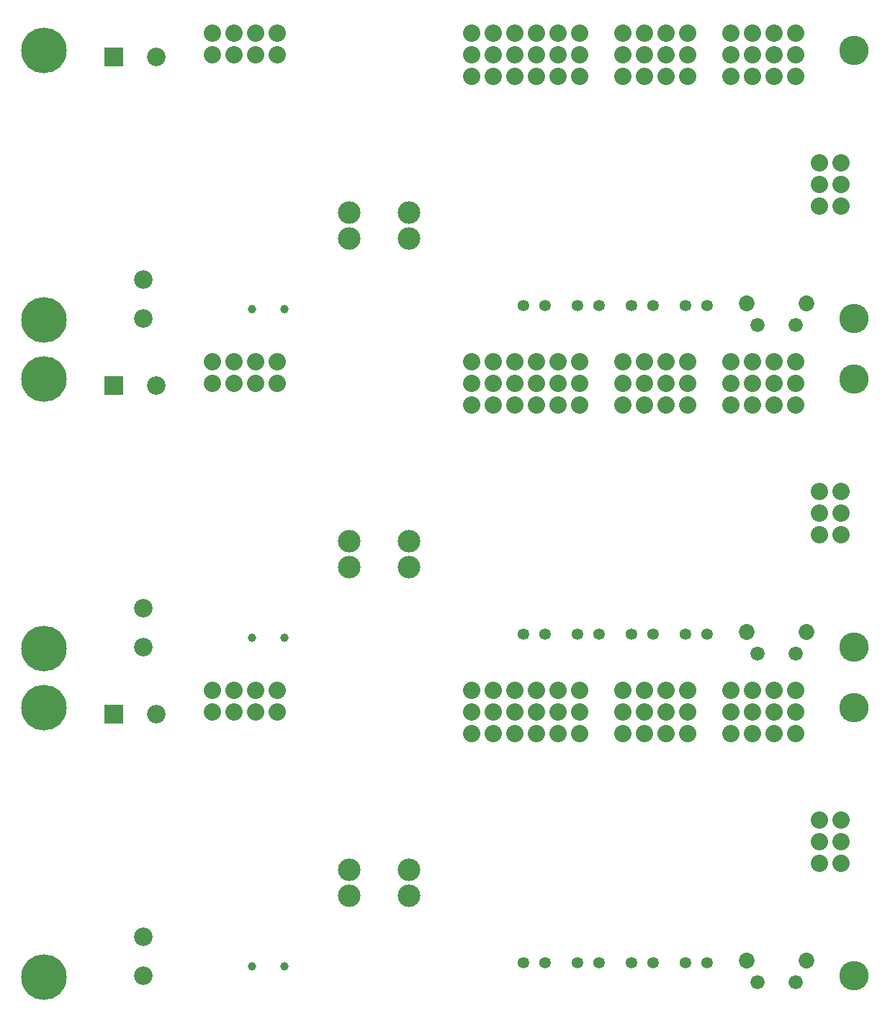
<source format=gbs>
G04 #@! TF.FileFunction,Soldermask,Bot*
%FSLAX46Y46*%
G04 Gerber Fmt 4.6, Leading zero omitted, Abs format (unit mm)*
G04 Created by KiCad (PCBNEW 4.0.6) date 08/03/17 04:28:43*
%MOMM*%
%LPD*%
G01*
G04 APERTURE LIST*
%ADD10C,0.100000*%
%ADD11C,5.352400*%
%ADD12C,0.652400*%
%ADD13C,2.184400*%
%ADD14C,1.000760*%
%ADD15C,2.032000*%
%ADD16R,2.184400X2.184400*%
%ADD17C,2.652400*%
%ADD18C,3.454400*%
%ADD19C,1.852400*%
%ADD20C,1.676400*%
%ADD21C,1.352400*%
G04 APERTURE END LIST*
D10*
D11*
X41783000Y-155871001D03*
D12*
X43815000Y-155871001D03*
X39751000Y-155871001D03*
X41783000Y-153839001D03*
X41783000Y-157903001D03*
X43307000Y-157395001D03*
X43307000Y-154347001D03*
X40259000Y-154347001D03*
X40259000Y-157395001D03*
D11*
X41783000Y-117263001D03*
D12*
X43815000Y-117263001D03*
X39751000Y-117263001D03*
X41783000Y-115231001D03*
X41783000Y-119295001D03*
X43307000Y-118787001D03*
X43307000Y-115739001D03*
X40259000Y-115739001D03*
X40259000Y-118787001D03*
D13*
X53467000Y-155702000D03*
X53467000Y-151130000D03*
X53467000Y-117094000D03*
X53467000Y-112522000D03*
D14*
X66286380Y-154645360D03*
X70086220Y-154645360D03*
X66286380Y-116037360D03*
X70086220Y-116037360D03*
D15*
X61595000Y-124714000D03*
X64135000Y-124714000D03*
X66675000Y-124714000D03*
X69215000Y-124714000D03*
X61595000Y-86106000D03*
X64135000Y-86106000D03*
X66675000Y-86106000D03*
X69215000Y-86106000D03*
X69215000Y-122174000D03*
X66675000Y-122174000D03*
X64135000Y-122174000D03*
X61595000Y-122174000D03*
X69215000Y-83566000D03*
X66675000Y-83566000D03*
X64135000Y-83566000D03*
X61595000Y-83566000D03*
D11*
X41783000Y-124206000D03*
D12*
X43815000Y-124206000D03*
X39751000Y-124206000D03*
X41783000Y-122174000D03*
X41783000Y-126238000D03*
X43307000Y-125730000D03*
X43307000Y-122682000D03*
X40259000Y-122682000D03*
X40259000Y-125730000D03*
D11*
X41783000Y-85598000D03*
D12*
X43815000Y-85598000D03*
X39751000Y-85598000D03*
X41783000Y-83566000D03*
X41783000Y-87630000D03*
X43307000Y-87122000D03*
X43307000Y-84074000D03*
X40259000Y-84074000D03*
X40259000Y-87122000D03*
D16*
X49992280Y-124968000D03*
D13*
X54991000Y-124968000D03*
D16*
X49992280Y-86360000D03*
D13*
X54991000Y-86360000D03*
D17*
X84709000Y-143304000D03*
X77709000Y-143304000D03*
X84709000Y-146304000D03*
X77709000Y-146304000D03*
X84709000Y-104696000D03*
X77709000Y-104696000D03*
X84709000Y-107696000D03*
X77709000Y-107696000D03*
D15*
X92075000Y-127254000D03*
X94615000Y-127254000D03*
X97155000Y-127254000D03*
X99695000Y-127254000D03*
X102235000Y-127254000D03*
X104775000Y-127254000D03*
X92075000Y-88646000D03*
X94615000Y-88646000D03*
X97155000Y-88646000D03*
X99695000Y-88646000D03*
X102235000Y-88646000D03*
X104775000Y-88646000D03*
X92075000Y-124714000D03*
X94615000Y-124714000D03*
X97155000Y-124714000D03*
X99695000Y-124714000D03*
X102235000Y-124714000D03*
X104775000Y-124714000D03*
X92075000Y-86106000D03*
X94615000Y-86106000D03*
X97155000Y-86106000D03*
X99695000Y-86106000D03*
X102235000Y-86106000D03*
X104775000Y-86106000D03*
X92075000Y-122174000D03*
X94615000Y-122174000D03*
X97155000Y-122174000D03*
X99695000Y-122174000D03*
X102235000Y-122174000D03*
X104775000Y-122174000D03*
X92075000Y-83566000D03*
X94615000Y-83566000D03*
X97155000Y-83566000D03*
X99695000Y-83566000D03*
X102235000Y-83566000D03*
X104775000Y-83566000D03*
D18*
X137033000Y-124206000D03*
X137033000Y-85598000D03*
D15*
X109855000Y-124714000D03*
X112395000Y-124714000D03*
X114935000Y-124714000D03*
X117475000Y-124714000D03*
X109855000Y-86106000D03*
X112395000Y-86106000D03*
X114935000Y-86106000D03*
X117475000Y-86106000D03*
X109855000Y-127254000D03*
X112395000Y-127254000D03*
X114935000Y-127254000D03*
X117475000Y-127254000D03*
X109855000Y-88646000D03*
X112395000Y-88646000D03*
X114935000Y-88646000D03*
X117475000Y-88646000D03*
X122555000Y-122174000D03*
X125095000Y-122174000D03*
X127635000Y-122174000D03*
X130175000Y-122174000D03*
X122555000Y-83566000D03*
X125095000Y-83566000D03*
X127635000Y-83566000D03*
X130175000Y-83566000D03*
X122555000Y-124714000D03*
X125095000Y-124714000D03*
X127635000Y-124714000D03*
X130175000Y-124714000D03*
X122555000Y-86106000D03*
X125095000Y-86106000D03*
X127635000Y-86106000D03*
X130175000Y-86106000D03*
X122555000Y-127254000D03*
X125095000Y-127254000D03*
X127635000Y-127254000D03*
X130175000Y-127254000D03*
X122555000Y-88646000D03*
X125095000Y-88646000D03*
X127635000Y-88646000D03*
X130175000Y-88646000D03*
X109855000Y-122174000D03*
X112395000Y-122174000D03*
X114935000Y-122174000D03*
X117475000Y-122174000D03*
X109855000Y-83566000D03*
X112395000Y-83566000D03*
X114935000Y-83566000D03*
X117475000Y-83566000D03*
X132943600Y-137414000D03*
X135483600Y-137414000D03*
X132943600Y-139954000D03*
X135483600Y-139954000D03*
X132943600Y-142494000D03*
X135483600Y-142494000D03*
X132943600Y-98806000D03*
X135483600Y-98806000D03*
X132943600Y-101346000D03*
X135483600Y-101346000D03*
X132943600Y-103886000D03*
X135483600Y-103886000D03*
D19*
X131425000Y-153964000D03*
D20*
X130175000Y-156464000D03*
X125675000Y-156464000D03*
D19*
X124425000Y-153964000D03*
X131425000Y-115356000D03*
D20*
X130175000Y-117856000D03*
X125675000Y-117856000D03*
D19*
X124425000Y-115356000D03*
D18*
X137033000Y-155702000D03*
X137033000Y-117094000D03*
D21*
X107061000Y-154178000D03*
X104521000Y-154178000D03*
X107061000Y-115570000D03*
X104521000Y-115570000D03*
X113411000Y-154178000D03*
X110871000Y-154178000D03*
X113411000Y-115570000D03*
X110871000Y-115570000D03*
X100711000Y-154178000D03*
X98171000Y-154178000D03*
X100711000Y-115570000D03*
X98171000Y-115570000D03*
X119761000Y-154178000D03*
X117221000Y-154178000D03*
X119761000Y-115570000D03*
X117221000Y-115570000D03*
D14*
X66286380Y-77429360D03*
X70086220Y-77429360D03*
D13*
X53467000Y-78486000D03*
X53467000Y-73914000D03*
D15*
X122555000Y-50038000D03*
X125095000Y-50038000D03*
X127635000Y-50038000D03*
X130175000Y-50038000D03*
X122555000Y-47498000D03*
X125095000Y-47498000D03*
X127635000Y-47498000D03*
X130175000Y-47498000D03*
X122555000Y-44958000D03*
X125095000Y-44958000D03*
X127635000Y-44958000D03*
X130175000Y-44958000D03*
X109855000Y-50038000D03*
X112395000Y-50038000D03*
X114935000Y-50038000D03*
X117475000Y-50038000D03*
X109855000Y-47498000D03*
X112395000Y-47498000D03*
X114935000Y-47498000D03*
X117475000Y-47498000D03*
X109855000Y-44958000D03*
X112395000Y-44958000D03*
X114935000Y-44958000D03*
X117475000Y-44958000D03*
X92075000Y-50038000D03*
X94615000Y-50038000D03*
X97155000Y-50038000D03*
X99695000Y-50038000D03*
X102235000Y-50038000D03*
X104775000Y-50038000D03*
X92075000Y-47498000D03*
X94615000Y-47498000D03*
X97155000Y-47498000D03*
X99695000Y-47498000D03*
X102235000Y-47498000D03*
X104775000Y-47498000D03*
X92075000Y-44958000D03*
X94615000Y-44958000D03*
X97155000Y-44958000D03*
X99695000Y-44958000D03*
X102235000Y-44958000D03*
X104775000Y-44958000D03*
X61595000Y-47498000D03*
X64135000Y-47498000D03*
X66675000Y-47498000D03*
X69215000Y-47498000D03*
X69215000Y-44958000D03*
X66675000Y-44958000D03*
X64135000Y-44958000D03*
X61595000Y-44958000D03*
D17*
X84709000Y-66088000D03*
X77709000Y-66088000D03*
X84709000Y-69088000D03*
X77709000Y-69088000D03*
D19*
X131425000Y-76748000D03*
D20*
X130175000Y-79248000D03*
X125675000Y-79248000D03*
D19*
X124425000Y-76748000D03*
D21*
X119761000Y-76962000D03*
X117221000Y-76962000D03*
X113411000Y-76962000D03*
X110871000Y-76962000D03*
D18*
X137033000Y-78486000D03*
X137033000Y-46990000D03*
D21*
X100711000Y-76962000D03*
X98171000Y-76962000D03*
X107061000Y-76962000D03*
X104521000Y-76962000D03*
D16*
X49992280Y-47752000D03*
D13*
X54991000Y-47752000D03*
D11*
X41783000Y-46990000D03*
D12*
X43815000Y-46990000D03*
X39751000Y-46990000D03*
X41783000Y-44958000D03*
X41783000Y-49022000D03*
X43307000Y-48514000D03*
X43307000Y-45466000D03*
X40259000Y-45466000D03*
X40259000Y-48514000D03*
D11*
X41783000Y-78655001D03*
D12*
X43815000Y-78655001D03*
X39751000Y-78655001D03*
X41783000Y-76623001D03*
X41783000Y-80687001D03*
X43307000Y-80179001D03*
X43307000Y-77131001D03*
X40259000Y-77131001D03*
X40259000Y-80179001D03*
D15*
X132943600Y-60198000D03*
X135483600Y-60198000D03*
X132943600Y-62738000D03*
X135483600Y-62738000D03*
X132943600Y-65278000D03*
X135483600Y-65278000D03*
M02*

</source>
